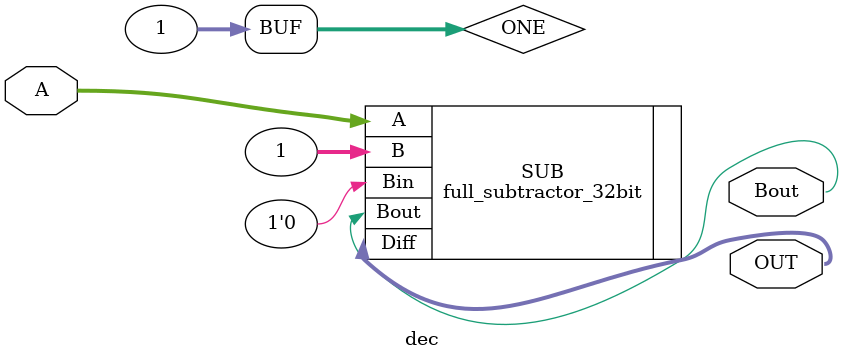
<source format=v>
module dec(
    input  [31:0] A,       // Register input
    output [31:0] OUT,     // Decremented result
    output Bout            // Borrow out (underflow indicator)
);

    // Constant 1 for subtraction
    wire [31:0] ONE = 32'b1;

    full_subtractor_32bit SUB (
        .A(A),
        .B(ONE),
        .Bin(1'b0),   // no borrow in
        .Diff(OUT),
        .Bout(Bout)
    );

endmodule

</source>
